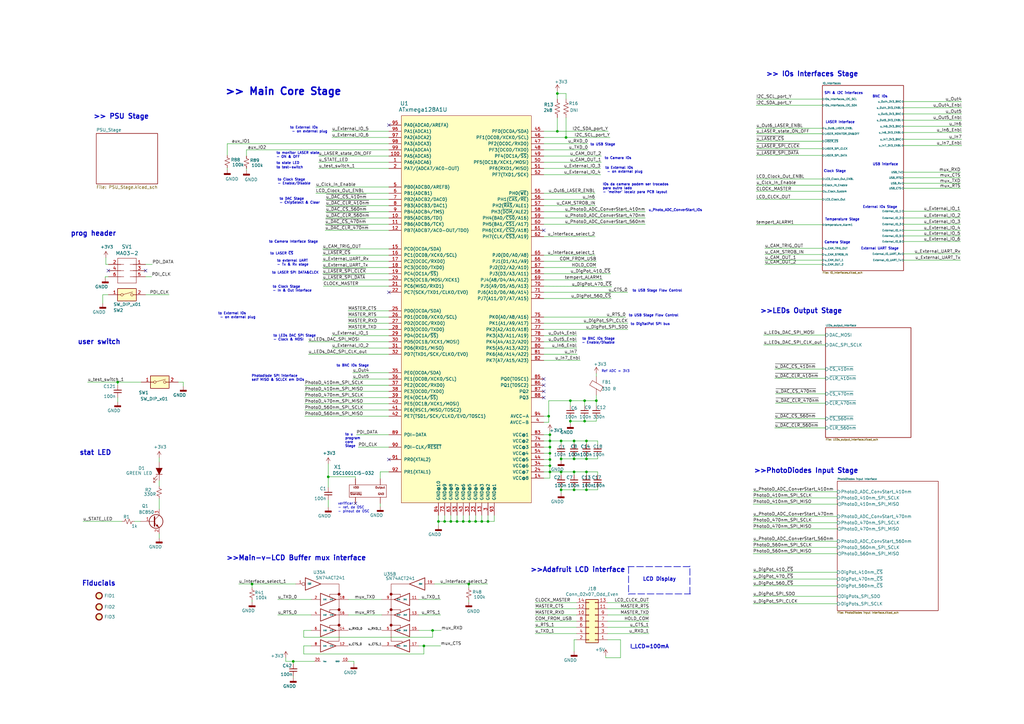
<source format=kicad_sch>
(kicad_sch (version 20211123) (generator eeschema)
  (paper "A3")
  (title_block (title "FPS-2: Fiber Photometry System") (date "February 2020") (rev "v1_revB-I") (company "Neurophotometric") (comment 3 "FPS-2") (comment 4 "OpenEhys"))
  (junction (at 225.552 185.928))
  (junction (at 230.124 180.848))
  (junction (at 182.372 213.868))
  (junction (at 195.072 213.868))
  (junction (at 233.934 164.338))
  (junction (at 187.452 213.868))
  (junction (at 225.044 170.688))
  (junction (at 235.458 180.848))
  (junction (at 235.458 193.548))
  (junction (at 239.776 172.72))
  (junction (at 225.552 180.848))
  (junction (at 197.612 213.868))
  (junction (at 235.458 200.914))
  (junction (at 173.863 264.922))
  (junction (at 233.934 172.72))
  (junction (at 192.532 213.868))
  (junction (at 120.269 271.272))
  (junction (at 134.62 195.58))
  (junction (at 225.552 191.008))
  (junction (at 232.156 56.388))
  (junction (at 240.538 193.548))
  (junction (at 192.278 239.522))
  (junction (at 230.124 193.548))
  (junction (at 184.912 213.868))
  (junction (at 200.152 213.868))
  (junction (at 230.124 200.914))
  (junction (at 189.992 213.868))
  (junction (at 225.552 183.388))
  (junction (at 225.552 188.468))
  (junction (at 239.776 164.338))
  (junction (at 225.552 178.308))
  (junction (at 48.26 156.718))
  (junction (at 228.6 53.848))
  (junction (at 235.458 188.214))
  (junction (at 103.378 239.522))
  (junction (at 240.538 180.848))
  (junction (at 225.552 193.548))
  (junction (at 240.538 200.914))
  (junction (at 244.602 164.338))
  (junction (at 230.124 188.214))
  (junction (at 179.832 213.868))
  (junction (at 177.419 258.572))
  (junction (at 240.538 188.214))
  (junction (at 228.6 38.354))
  (no_connect (at 159.512 51.308))
  (no_connect (at 159.512 188.468))
  (no_connect (at 223.012 160.528))
  (no_connect (at 223.012 163.068))
  (no_connect (at 44.45 110.998))
  (no_connect (at 223.012 155.448))
  (no_connect (at 223.012 94.488))
  (no_connect (at 145.796 206.502))
  (no_connect (at 59.69 110.998))
  (no_connect (at 223.012 157.988))
  (no_connect (at 159.512 119.888))
  (wire (pts (xy 223.012 112.268) (xy 250.444 112.268)))
  (wire (pts (xy 48.26 157.988) (xy 48.26 156.718)))
  (wire (pts (xy 230.124 200.914) (xy 235.458 200.914)))
  (wire (pts (xy 394.462 49.276) (xy 370.586 49.276)))
  (wire (pts (xy 65.278 189.484) (xy 65.278 187.706)))
  (wire (pts (xy 159.512 69.088) (xy 130.683 69.088)))
  (wire (pts (xy 236.474 254.762) (xy 219.456 254.762)))
  (wire (pts (xy 145.161 271.272) (xy 142.875 271.272)))
  (wire (pts (xy 223.012 191.008) (xy 225.552 191.008)))
  (wire (pts (xy 223.012 79.248) (xy 244.094 79.248)))
  (wire (pts (xy 134.62 208.026) (xy 134.62 204.978)))
  (wire (pts (xy 236.474 257.302) (xy 219.456 257.302)))
  (wire (pts (xy 223.012 84.328) (xy 244.221 84.328)))
  (wire (pts (xy 393.954 70.612) (xy 370.586 70.612)))
  (wire (pts (xy 144.653 152.908) (xy 159.512 152.908)))
  (wire (pts (xy 120.269 272.288) (xy 120.269 271.272)))
  (wire (pts (xy 225.552 196.088) (xy 225.552 193.548)))
  (wire (pts (xy 235.458 200.914) (xy 240.538 200.914)))
  (wire (pts (xy 59.69 108.458) (xy 62.484 108.458)))
  (wire (pts (xy 394.462 46.736) (xy 370.586 46.736)))
  (wire (pts (xy 235.458 193.548) (xy 240.538 193.548)))
  (wire (pts (xy 192.278 239.522) (xy 200.025 239.522)))
  (wire (pts (xy 235.458 267.208) (xy 235.458 262.382)))
  (wire (pts (xy 225.552 193.548) (xy 230.124 193.548)))
  (wire (pts (xy 225.552 180.848) (xy 225.552 178.308)))
  (wire (pts (xy 195.072 211.328) (xy 195.072 213.868)))
  (wire (pts (xy 189.992 211.328) (xy 189.992 213.868)))
  (wire (pts (xy 223.012 56.388) (xy 232.156 56.388)))
  (wire (pts (xy 42.164 124.46) (xy 42.164 120.904)))
  (polyline (pts (xy 257.81 243.586) (xy 283.21 243.586)) (stroke (width 0.254)))
  (wire (pts (xy 223.012 140.208) (xy 236.601 140.208)))
  (wire (pts (xy 159.512 58.928) (xy 93.218 58.928)))
  (wire (pts (xy 223.012 97.028) (xy 244.094 97.028)))
  (wire (pts (xy 136.144 53.848) (xy 159.512 53.848)))
  (wire (pts (xy 145.796 196.342) (xy 145.796 195.58)))
  (wire (pts (xy 343.408 227.076) (xy 308.864 227.076)))
  (wire (pts (xy 232.156 48.26) (xy 232.156 56.388)))
  (wire (pts (xy 233.934 172.72) (xy 233.934 173.736)))
  (wire (pts (xy 159.512 104.648) (xy 132.334 104.648)))
  (wire (pts (xy 195.072 213.868) (xy 197.612 213.868)))
  (wire (pts (xy 145.796 195.58) (xy 134.62 195.58)))
  (wire (pts (xy 223.012 114.808) (xy 247.142 114.808)))
  (wire (pts (xy 124.587 258.572) (xy 124.587 261.366)))
  (wire (pts (xy 394.462 41.656) (xy 370.586 41.656)))
  (wire (pts (xy 246.38 69.088) (xy 223.012 69.088)))
  (wire (pts (xy 235.458 194.818) (xy 235.458 193.548)))
  (wire (pts (xy 337.312 101.854) (xy 313.69 101.854)))
  (wire (pts (xy 35.941 156.718) (xy 48.26 156.718)))
  (wire (pts (xy 337.312 54.864) (xy 310.134 54.864)))
  (wire (pts (xy 225.552 178.308) (xy 225.552 176.784)))
  (wire (pts (xy 338.582 175.514) (xy 317.754 175.514)))
  (polyline (pts (xy 282.956 232.41) (xy 257.556 232.41)) (stroke (width 0.254)))
  (wire (pts (xy 187.452 213.868) (xy 189.992 213.868)))
  (wire (pts (xy 240.538 180.848) (xy 245.11 180.848)))
  (wire (pts (xy 184.912 211.328) (xy 184.912 213.868)))
  (wire (pts (xy 240.538 188.214) (xy 245.11 188.214)))
  (wire (pts (xy 343.408 247.65) (xy 308.864 247.65)))
  (wire (pts (xy 236.474 247.142) (xy 219.456 247.142)))
  (wire (pts (xy 124.587 264.922) (xy 127.635 264.922)))
  (wire (pts (xy 124.587 261.366) (xy 177.419 261.366)))
  (wire (pts (xy 159.512 86.868) (xy 133.604 86.868)))
  (wire (pts (xy 223.012 104.648) (xy 244.094 104.648)))
  (wire (pts (xy 192.278 241.046) (xy 192.278 239.522)))
  (wire (pts (xy 132.334 109.728) (xy 159.512 109.728)))
  (wire (pts (xy 159.512 89.408) (xy 133.604 89.408)))
  (wire (pts (xy 239.776 166.37) (xy 239.776 164.338)))
  (wire (pts (xy 233.934 171.45) (xy 233.934 172.72)))
  (wire (pts (xy 159.512 145.288) (xy 126.492 145.288)))
  (wire (pts (xy 44.45 108.458) (xy 43.434 108.458)))
  (wire (pts (xy 223.012 180.848) (xy 225.552 180.848)))
  (wire (pts (xy 393.954 77.216) (xy 370.586 77.216)))
  (wire (pts (xy 245.11 199.898) (xy 245.11 200.914)))
  (wire (pts (xy 130.683 66.548) (xy 159.512 66.548)))
  (wire (pts (xy 223.012 53.848) (xy 228.6 53.848)))
  (wire (pts (xy 225.552 188.468) (xy 225.552 185.928)))
  (wire (pts (xy 225.552 180.848) (xy 230.124 180.848)))
  (wire (pts (xy 136.144 56.388) (xy 159.512 56.388)))
  (wire (pts (xy 337.312 81.788) (xy 310.134 81.788)))
  (wire (pts (xy 240.538 199.898) (xy 240.538 200.914)))
  (wire (pts (xy 228.6 53.848) (xy 249.428 53.848)))
  (wire (pts (xy 55.118 213.868) (xy 57.658 213.868)))
  (wire (pts (xy 223.012 193.548) (xy 225.552 193.548)))
  (wire (pts (xy 394.462 44.196) (xy 370.586 44.196)))
  (wire (pts (xy 180.721 245.872) (xy 171.831 245.872)))
  (wire (pts (xy 228.6 38.354) (xy 228.6 37.338)))
  (wire (pts (xy 223.012 66.548) (xy 246.634 66.548)))
  (wire (pts (xy 43.18 113.538) (xy 44.45 113.538)))
  (wire (pts (xy 338.582 141.478) (xy 313.182 141.478)))
  (wire (pts (xy 244.602 166.37) (xy 244.602 164.338)))
  (wire (pts (xy 248.412 269.748) (xy 254.508 269.748)))
  (wire (pts (xy 187.452 211.328) (xy 187.452 213.868)))
  (wire (pts (xy 235.458 187.198) (xy 235.458 188.214)))
  (wire (pts (xy 159.512 102.108) (xy 132.334 102.108)))
  (wire (pts (xy 230.124 188.214) (xy 235.458 188.214)))
  (wire (pts (xy 223.012 183.388) (xy 225.552 183.388)))
  (wire (pts (xy 159.512 165.608) (xy 124.968 165.608)))
  (wire (pts (xy 244.602 172.72) (xy 244.602 171.45)))
  (wire (pts (xy 223.012 137.668) (xy 236.601 137.668)))
  (wire (pts (xy 50.038 213.868) (xy 34.036 213.868)))
  (wire (pts (xy 189.992 213.868) (xy 192.532 213.868)))
  (wire (pts (xy 124.587 264.922) (xy 124.587 268.224)))
  (wire (pts (xy 230.124 200.914) (xy 230.124 199.898)))
  (wire (pts (xy 197.612 213.868) (xy 200.152 213.868)))
  (wire (pts (xy 343.408 211.836) (xy 308.864 211.836)))
  (wire (pts (xy 48.26 164.846) (xy 48.26 163.068)))
  (wire (pts (xy 246.38 71.628) (xy 223.012 71.628)))
  (wire (pts (xy 124.587 268.224) (xy 173.863 268.224)))
  (wire (pts (xy 117.221 271.272) (xy 120.269 271.272)))
  (wire (pts (xy 173.863 264.922) (xy 171.831 264.922)))
  (wire (pts (xy 393.954 96.774) (xy 370.586 96.774)))
  (wire (pts (xy 254.508 269.748) (xy 254.508 262.382)))
  (wire (pts (xy 97.917 239.522) (xy 103.378 239.522)))
  (wire (pts (xy 93.218 58.928) (xy 93.218 63.754)))
  (wire (pts (xy 159.512 132.588) (xy 142.748 132.588)))
  (wire (pts (xy 159.512 127.508) (xy 142.748 127.508)))
  (wire (pts (xy 159.512 168.148) (xy 124.968 168.148)))
  (wire (pts (xy 134.62 199.898) (xy 134.62 195.58)))
  (wire (pts (xy 223.012 107.188) (xy 244.602 107.188)))
  (wire (pts (xy 120.269 271.272) (xy 128.905 271.272)))
  (wire (pts (xy 223.012 170.688) (xy 225.044 170.688)))
  (wire (pts (xy 159.512 157.988) (xy 124.968 157.988)))
  (wire (pts (xy 337.312 52.578) (xy 310.134 52.578)))
  (wire (pts (xy 343.408 244.602) (xy 308.864 244.602)))
  (wire (pts (xy 173.863 268.224) (xy 173.863 264.922)))
  (wire (pts (xy 228.6 38.354) (xy 232.156 38.354)))
  (wire (pts (xy 144.653 155.448) (xy 159.512 155.448)))
  (wire (pts (xy 192.532 211.328) (xy 192.532 213.868)))
  (wire (pts (xy 223.012 91.948) (xy 264.668 91.948)))
  (wire (pts (xy 184.912 213.868) (xy 187.452 213.868)))
  (wire (pts (xy 394.462 54.356) (xy 370.586 54.356)))
  (wire (pts (xy 200.152 213.868) (xy 202.692 213.868)))
  (wire (pts (xy 236.728 145.288) (xy 223.012 145.288)))
  (wire (pts (xy 177.419 258.572) (xy 171.831 258.572)))
  (wire (pts (xy 239.776 172.72) (xy 244.602 172.72)))
  (wire (pts (xy 240.538 182.118) (xy 240.538 180.848)))
  (wire (pts (xy 223.012 132.588) (xy 257.556 132.588)))
  (wire (pts (xy 103.378 241.046) (xy 103.378 239.522)))
  (wire (pts (xy 142.748 135.128) (xy 159.512 135.128)))
  (wire (pts (xy 393.954 99.06) (xy 370.586 99.06)))
  (wire (pts (xy 132.334 107.188) (xy 159.512 107.188)))
  (wire (pts (xy 223.012 196.088) (xy 225.552 196.088)))
  (wire (pts (xy 233.934 166.37) (xy 233.934 164.338)))
  (wire (pts (xy 159.512 76.708) (xy 129.54 76.708)))
  (wire (pts (xy 394.462 51.816) (xy 370.586 51.816)))
  (wire (pts (xy 159.512 112.268) (xy 132.334 112.268)))
  (wire (pts (xy 75.184 158.496) (xy 75.184 156.718)))
  (wire (pts (xy 223.012 178.308) (xy 225.552 178.308)))
  (wire (pts (xy 235.458 262.382) (xy 236.474 262.382)))
  (wire (pts (xy 48.26 156.718) (xy 57.912 156.718)))
  (wire (pts (xy 159.512 114.808) (xy 132.334 114.808)))
  (wire (pts (xy 155.956 196.342) (xy 155.956 193.548)))
  (wire (pts (xy 233.934 164.338) (xy 239.776 164.338)))
  (wire (pts (xy 182.372 213.868) (xy 184.912 213.868)))
  (wire (pts (xy 223.012 89.408) (xy 264.668 89.408)))
  (wire (pts (xy 223.012 130.048) (xy 256.667 130.048)))
  (wire (pts (xy 393.954 104.14) (xy 370.586 104.14)))
  (wire (pts (xy 103.378 239.522) (xy 121.285 239.522)))
  (wire (pts (xy 124.587 258.572) (xy 127.635 258.572)))
  (wire (pts (xy 159.512 117.348) (xy 132.588 117.348)))
  (wire (pts (xy 337.312 108.458) (xy 313.69 108.458)))
  (wire (pts (xy 93.218 69.596) (xy 93.218 68.834)))
  (wire (pts (xy 159.512 170.688) (xy 124.968 170.688)))
  (wire (pts (xy 266.192 249.682) (xy 249.174 249.682)))
  (wire (pts (xy 240.538 194.818) (xy 240.538 193.548)))
  (wire (pts (xy 223.012 142.748) (xy 236.601 142.748)))
  (wire (pts (xy 254.508 262.382) (xy 249.174 262.382)))
  (wire (pts (xy 159.512 140.208) (xy 126.492 140.208)))
  (wire (pts (xy 225.044 164.338) (xy 233.934 164.338)))
  (wire (pts (xy 393.954 91.948) (xy 370.586 91.948)))
  (wire (pts (xy 155.956 207.772) (xy 155.956 206.502)))
  (wire (pts (xy 101.092 61.468) (xy 101.092 64.008)))
  (wire (pts (xy 240.538 193.548) (xy 245.11 193.548)))
  (wire (pts (xy 230.124 188.214) (xy 230.124 187.198)))
  (wire (pts (xy 155.956 193.548) (xy 159.512 193.548)))
  (wire (pts (xy 245.11 182.118) (xy 245.11 180.848)))
  (wire (pts (xy 159.512 84.328) (xy 133.604 84.328)))
  (wire (pts (xy 202.692 213.868) (xy 202.692 211.328)))
  (wire (pts (xy 117.221 271.272) (xy 117.221 269.748)))
  (wire (pts (xy 182.372 211.328) (xy 182.372 213.868)))
  (wire (pts (xy 244.602 153.162) (xy 244.602 154.432)))
  (wire (pts (xy 393.954 72.898) (xy 370.586 72.898)))
  (wire (pts (xy 338.582 151.384) (xy 317.754 151.384)))
  (wire (pts (xy 343.408 221.996) (xy 308.864 221.996)))
  (wire (pts (xy 394.462 59.69) (xy 370.586 59.69)))
  (wire (pts (xy 223.012 58.928) (xy 241.173 58.928)))
  (wire (pts (xy 225.552 183.388) (xy 225.552 180.848)))
  (wire (pts (xy 145.161 272.288) (xy 145.161 271.272)))
  (wire (pts (xy 232.156 38.354) (xy 232.156 40.64)))
  (wire (pts (xy 180.721 264.922) (xy 173.863 264.922)))
  (wire (pts (xy 236.474 259.842) (xy 219.456 259.842)))
  (wire (pts (xy 228.6 40.64) (xy 228.6 38.354)))
  (wire (pts (xy 343.408 234.696) (xy 308.864 234.696)))
  (wire (pts (xy 159.512 163.068) (xy 124.968 163.068)))
  (wire (pts (xy 338.582 161.544) (xy 318.008 161.544)))
  (wire (pts (xy 178.181 239.522) (xy 192.278 239.522)))
  (wire (pts (xy 134.62 195.58) (xy 134.62 190.246)))
  (wire (pts (xy 393.954 89.408) (xy 370.586 89.408)))
  (wire (pts (xy 192.532 213.868) (xy 195.072 213.868)))
  (wire (pts (xy 180.975 258.572) (xy 177.419 258.572)))
  (wire (pts (xy 343.408 216.916) (xy 308.864 216.916)))
  (wire (pts (xy 180.721 252.222) (xy 171.831 252.222)))
  (wire (pts (xy 120.269 277.368) (xy 120.269 277.876)))
  (wire (pts (xy 159.512 61.468) (xy 101.092 61.468)))
  (wire (pts (xy 179.832 213.868) (xy 182.372 213.868)))
  (wire (pts (xy 65.278 208.788) (xy 65.278 204.47)))
  (wire (pts (xy 159.512 81.788) (xy 133.604 81.788)))
  (wire (pts (xy 200.152 211.328) (xy 200.152 213.868)))
  (wire (pts (xy 235.458 199.898) (xy 235.458 200.914)))
  (wire (pts (xy 337.312 43.18) (xy 310.134 43.18)))
  (wire (pts (xy 266.192 257.302) (xy 249.174 257.302)))
  (wire (pts (xy 337.312 104.394) (xy 313.69 104.394)))
  (wire (pts (xy 337.312 78.486) (xy 310.134 78.486)))
  (wire (pts (xy 223.012 122.428) (xy 250.698 122.428)))
  (wire (pts (xy 236.474 252.222) (xy 219.456 252.222)))
  (wire (pts (xy 159.512 178.308) (xy 146.177 178.308)))
  (wire (pts (xy 42.164 120.904) (xy 44.45 120.904)))
  (wire (pts (xy 142.875 245.872) (xy 156.591 245.872)))
  (wire (pts (xy 103.378 246.126) (xy 103.378 246.888)))
  (wire (pts (xy 230.124 200.914) (xy 230.124 202.184)))
  (wire (pts (xy 192.278 246.888) (xy 192.278 246.126)))
  (wire (pts (xy 113.919 245.872) (xy 127.635 245.872)))
  (wire (pts (xy 240.538 200.914) (xy 245.11 200.914)))
  (wire (pts (xy 394.462 57.15) (xy 370.586 57.15)))
  (wire (pts (xy 75.184 156.718) (xy 73.152 156.718)))
  (wire (pts (xy 239.776 172.72) (xy 239.776 171.45)))
  (wire (pts (xy 343.408 204.216) (xy 308.864 204.216)))
  (wire (pts (xy 230.124 193.548) (xy 230.124 194.818)))
  (wire (pts (xy 142.748 130.048) (xy 159.512 130.048)))
  (wire (pts (xy 223.012 86.868) (xy 264.668 86.868)))
  (wire (pts (xy 393.954 75.184) (xy 370.586 75.184)))
  (wire (pts (xy 337.312 60.96) (xy 310.134 60.96)))
  (wire (pts (xy 230.124 180.848) (xy 230.124 182.118)))
  (wire (pts (xy 223.012 119.888) (xy 257.429 119.888)))
  (wire (pts (xy 225.552 191.008) (xy 225.552 188.468)))
  (polyline (pts (xy 257.81 232.41) (xy 257.81 243.84)) (stroke (width 0.254)))
  (wire (pts (xy 65.278 220.726) (xy 65.278 218.948)))
  (wire (pts (xy 159.512 94.488) (xy 133.35 94.488)))
  (wire (pts (xy 266.192 259.842) (xy 249.174 259.842)))
  (wire (pts (xy 177.419 261.366) (xy 177.419 258.572)))
  (wire (pts (xy 223.012 117.348) (xy 250.952 117.602)))
  (wire (pts (xy 230.124 193.548) (xy 235.458 193.548)))
  (wire (pts (xy 338.582 137.414) (xy 313.182 137.414)))
  (wire (pts (xy 245.11 187.198) (xy 245.11 188.214)))
  (wire (pts (xy 343.408 214.376) (xy 308.864 214.376)))
  (wire (pts (xy 230.124 180.848) (xy 235.458 180.848)))
  (wire (pts (xy 59.69 113.538) (xy 62.23 113.538)))
  (wire (pts (xy 236.474 249.682) (xy 219.456 249.682)))
  (polyline (pts (xy 282.956 243.586) (xy 282.956 232.156)) (stroke (width 0.254)))
  (wire (pts (xy 233.934 172.72) (xy 239.776 172.72)))
  (wire (pts (xy 225.552 193.548) (xy 225.552 191.008)))
  (wire (pts (xy 337.312 92.202) (xy 310.134 92.202)))
  (wire (pts (xy 237.998 147.828) (xy 223.012 147.828)))
  (wire (pts (xy 266.192 254.762) (xy 249.174 254.762)))
  (wire (pts (xy 223.012 185.928) (xy 225.552 185.928)))
  (wire (pts (xy 232.156 56.388) (xy 250.19 56.388)))
  (wire (pts (xy 228.6 48.26) (xy 228.6 53.848)))
  (wire (pts (xy 223.012 64.008) (xy 246.634 64.008)))
  (wire (pts (xy 337.312 73.406) (xy 310.134 73.406)))
  (wire (pts (xy 235.458 180.848) (xy 240.538 180.848)))
  (wire (pts (xy 159.512 79.248) (xy 129.54 79.248)))
  (wire (pts (xy 179.832 211.328) (xy 179.832 213.868)))
  (wire (pts (xy 337.312 75.946) (xy 310.134 75.946)))
  (wire (pts (xy 230.124 188.976) (xy 230.124 188.214)))
  (wire (pts (xy 245.11 194.818) (xy 245.11 193.548)))
  (wire (pts (xy 343.408 206.756) (xy 308.864 206.756)))
  (wire (pts (xy 337.312 106.68) (xy 313.69 106.68)))
  (wire (pts (xy 338.582 171.704) (xy 317.754 171.704)))
  (wire (pts (xy 59.69 120.904) (xy 69.342 120.904)))
  (wire (pts (xy 225.552 185.928) (xy 225.552 183.388)))
  (wire (pts (xy 223.012 81.788) (xy 244.094 81.788)))
  (wire (pts (xy 43.434 108.458) (xy 43.434 105.664)))
  (wire (pts (xy 235.458 188.214) (xy 240.538 188.214)))
  (wire (pts (xy 337.312 40.64) (xy 310.134 40.64)))
  (wire (pts (xy 223.012 61.468) (xy 241.173 61.468)))
  (wire (pts (xy 179.832 213.868) (xy 179.832 215.646)))
  (wire (pts (xy 159.512 91.948) (xy 133.35 91.948)))
  (wire (pts (xy 343.408 224.536) (xy 308.864 224.536)))
  (wire (pts (xy 393.954 106.68) (xy 370.586 106.68)))
  (wire (pts (xy 393.954 94.488) (xy 370.586 94.488)))
  (wire (pts (xy 223.012 173.228) (xy 225.044 173.228)))
  (wire (pts (xy 244.602 164.338) (xy 244.602 162.052)))
  (wire (pts (xy 113.919 252.222) (xy 127.635 252.222)))
  (wire (pts (xy 130.683 64.008) (xy 159.512 64.008)))
  (wire (pts (xy 65.278 199.39) (xy 65.278 197.104)))
  (wire (pts (xy 266.192 252.222) (xy 249.174 252.222)))
  (wire (pts (xy 136.144 137.668) (xy 159.512 137.668)))
  (wire (pts (xy 197.612 211.328) (xy 197.612 213.868)))
  (wire (pts (xy 223.012 109.728) (xy 244.602 109.728)))
  (wire (pts (xy 343.408 237.49) (xy 308.864 237.49)))
  (wire (pts (xy 225.044 164.338) (xy 225.044 170.688)))
  (wire (pts (xy 338.582 165.354) (xy 318.008 165.354)))
  (wire (pts (xy 223.012 188.468) (xy 225.552 188.468)))
  (wire (pts (xy 235.458 182.118) (xy 235.458 180.848)))
  (wire (pts (xy 101.092 69.85) (xy 101.092 69.088)))
  (wire (pts (xy 159.512 160.528) (xy 124.968 160.528)))
  (wire (pts (xy 266.192 247.142) (xy 249.174 247.142)))
  (wire (pts (xy 338.582 155.194) (xy 317.754 155.194)))
  (wire (pts (xy 244.602 164.338) (xy 239.776 164.338)))
  (wire (pts (xy 136.144 142.748) (xy 159.512 142.748)))
  (wire (pts (xy 343.408 201.676) (xy 308.864 201.676)))
  (wire (pts (xy 223.012 135.128) (xy 257.556 135.128)))
  (wire (pts (xy 159.512 183.388) (xy 146.939 183.388)))
  (wire (pts (xy 240.538 187.198) (xy 240.538 188.214)))
  (wire (pts (xy 343.408 240.284) (xy 308.864 240.284)))
  (wire (pts (xy 393.954 86.614) (xy 370.586 86.614)))
  (wire (pts (xy 337.312 63.754) (xy 310.134 63.754)))
  (wire (pts (xy 337.312 57.912) (xy 310.134 57.912)))
  (wire (pts (xy 142.875 252.222) (xy 156.591 252.222)))
  (wire (pts (xy 43.18 114.046) (xy 43.18 113.538)))
  (wire (pts (xy 248.412 268.986) (xy 248.412 269.748)))
  (wire (pts (xy 225.044 170.688) (xy 225.044 173.228)))
  (text ">>Main-v-LCD Buffer mux interface" (at 92.71 230.124 0) (effects (font (size 2.0066 2.0066) (thickness 0.4013) bold) (justify left bottom)))
  (text "Photodiode SPI interface\nself MISO & SCLCK em DIOs\n" (at 103.124 156.464 0) (effects (font (size 0.9906 0.9906) (thickness 0.1981) bold) (justify left bottom)))
  (text "user switch" (at 31.75 141.478 0) (effects (font (size 2.0066 2.0066) (thickness 0.4013) bold) (justify left bottom)))
  (text "to BNC IOs Stage" (at 137.922 150.622 0) (effects (font (size 0.9906 0.9906) (thickness 0.1981) bold) (justify left bottom)))
  (text "Clock Stage" (at 337.82 70.866 0) (effects (font (size 0.9906 0.9906) (thickness 0.1981) bold) (justify left bottom)))
  (text "Camera Stage" (at 338.074 100.076 0) (effects (font (size 0.9906 0.9906) (thickness 0.1981) bold) (justify left bottom)))
  (text "to external UART \n- Tx & Rx stage" (at 113.538 109.22 0) (effects (font (size 0.9906 0.9906) (thickness 0.1981) bold) (justify left bottom)))
  (text "IOs da camara podem ser trocados \npara outro lado\n- 'melhor' localz para PCB layout\n" (at 247.142 79.502 0) (effects (font (size 0.9906 0.9906) (thickness 0.1981) bold) (justify left bottom)))
  (text "to USB Stage Flow Control" (at 259.334 119.888 0) (effects (font (size 0.9906 0.9906) (thickness 0.1981) bold) (justify left bottom)))
  (text "to DAC Stage\n- ChipSelect & Clear " (at 114.554 83.82 0) (effects (font (size 0.9906 0.9906) (thickness 0.1981) bold) (justify left bottom)))
  (text "to LEDs DAC SPI Stage\n- Clock & MOSI" (at 112.014 139.954 0) (effects (font (size 0.9906 0.9906) (thickness 0.1981) bold) (justify left bottom)))
  (text ">> Main Core Stage" (at 92.202 39.37 0) (effects (font (size 2.9972 2.9972) (thickness 0.5994) bold) (justify left bottom)))
  (text "to BNC IOs Stage\n- Enable/Disable" (at 252.222 141.224 180) (effects (font (size 0.9906 0.9906) (thickness 0.1981) bold) (justify right bottom)))
  (text "stat LED" (at 32.512 186.944 0) (effects (font (size 2.0066 2.0066) (thickness 0.4013) bold) (justify left bottom)))
  (text "I_LCD=100mA" (at 258.318 266.192 0) (effects (font (size 1.524 1.524) (thickness 0.3048) bold) (justify left bottom)))
  (text "to Clock Stage\n- Enable/Disable" (at 113.792 75.946 0) (effects (font (size 0.9906 0.9906) (thickness 0.1981) bold) (justify left bottom)))
  (text ">>PhotoDiodes Input Stage" (at 309.118 194.31 0) (effects (font (size 2.0066 2.0066) (thickness 0.4013) bold) (justify left bottom)))
  (text "Fiducials" (at 33.528 240.538 0) (effects (font (size 2.0066 2.0066) (thickness 0.4013) bold) (justify left bottom)))
  (text ">>LEDs Output Stage" (at 311.658 128.778 0) (effects (font (size 2.0066 2.0066) (thickness 0.4013) bold) (justify left bottom)))
  (text "to USB Stage" (at 242.062 59.944 0) (effects (font (size 0.9906 0.9906) (thickness 0.1981) bold) (justify left bottom)))
  (text "USB interface" (at 357.886 68.072 0) (effects (font (size 0.9906 0.9906) (thickness 0.1981) bold) (justify left bottom)))
  (text "to External IOs\n - on external plug" (at 118.872 54.61 0) (effects (font (size 0.9906 0.9906) (thickness 0.1981) bold) (justify left bottom)))
  (text "to u \nprogram \ncore \nStage" (at 141.478 183.642 0) (effects (font (size 0.9906 0.9906) (thickness 0.1981) bold) (justify left bottom)))
  (text "LASER Interface " (at 338.582 50.8 0) (effects (font (size 0.9906 0.9906) (thickness 0.1981) bold) (justify left bottom)))
  (text "LCD Display\n" (at 277.368 238.506 180) (effects (font (size 1.4986 1.4986) (thickness 0.2997) bold) (justify right bottom)))
  (text "BNC IOs" (at 357.759 40.259 0) (effects (font (size 0.9906 0.9906) (thickness 0.1981) bold) (justify left bottom)))
  (text "to Camara IOs" (at 247.904 65.532 0) (effects (font (size 0.9906 0.9906) (thickness 0.1981) bold) (justify left bottom)))
  (text "External UART Stage" (at 353.06 102.616 0) (effects (font (size 0.9906 0.9906) (thickness 0.1981) bold) (justify left bottom)))
  (text "to USB Stage Flow Control" (at 257.81 130.048 0) (effects (font (size 0.9906 0.9906) (thickness 0.1981) bold) (justify left bottom)))
  (text "u_Photo_ADC_ConverStart_IOs" (at 265.938 86.868 0) (effects (font (size 0.9906 0.9906) (thickness 0.1981) bold) (justify left bottom)))
  (text "to External IOs\n - on external plug" (at 248.158 71.12 0) (effects (font (size 0.9906 0.9906) (thickness 0.1981) bold) (justify left bottom)))
  (text "to test-switch" (at 113.284 69.342 0) (effects (font (size 0.9906 0.9906) (thickness 0.1981) bold) (justify left bottom)))
  (text "to LASER ~{CS}" (at 110.744 104.648 0) (effects (font (size 0.9906 0.9906) (thickness 0.1981) bold) (justify left bottom)))
  (text ">> IOs Interfaces Stage" (at 314.071 31.623 0) (effects (font (size 2.0066 2.0066) (thickness 0.4013) bold) (justify left bottom)))
  (text "to DigitalPot SPI bus" (at 258.572 133.604 0) (effects (font (size 0.9906 0.9906) (thickness 0.1981) bold) (justify left bottom)))
  (text "to LASER SPI DATA&CLCK" (at 111.506 112.522 0) (effects (font (size 0.9906 0.9906) (thickness 0.1981) bold) (justify left bottom)))
  (text "SPI & I2C interfaces" (at 338.074 38.862 0) (effects (font (size 0.9906 0.9906) (thickness 0.1981) bold) (justify left bottom)))
  (text "External IOs Stage" (at 353.822 85.598 0) (effects (font (size 0.9906 0.9906) (thickness 0.1981) bold) (justify left bottom)))
  (text "to monitor LASER state\n- ON & OFF" (at 113.284 65.024 0) (effects (font (size 0.9906 0.9906) (thickness 0.1981) bold) (justify left bottom)))
  (text "to Camera Interface Stage" (at 110.236 99.822 0) (effects (font (size 0.9906 0.9906) (thickness 0.1981) bold) (justify left bottom)))
  (text "Ref ADC = 3V3" (at 246.634 152.908 0) (effects (font (size 0.9906 0.9906)) (justify left bottom)))
  (text "to Clock Stage\n- In & Out interface" (at 111.76 119.888 0) (effects (font (size 0.9906 0.9906) (thickness 0.1981) bold) (justify left bottom)))
  (text "to External IOs\n - on external plug" (at 89.408 130.81 0) (effects (font (size 0.9906 0.9906) (thickness 0.1981) bold) (justify left bottom)))
  (text ">> PSU Stage" (at 38.227 49.022 0) (effects (font (size 2.0066 2.0066) (thickness 0.4013) bold) (justify left bottom)))
  (text "to state LED " (at 113.284 67.564 0) (effects (font (size 0.9906 0.9906) (thickness 0.1981) bold) (justify left bottom)))
  (text "Temperature Stage" (at 338.328 90.678 0) (effects (font (size 0.9906 0.9906) (thickness 0.1981) bold) (justify left bottom)))
  (text "verificar \n- ref. de OSC\n- pinout de OSC\n" (at 138.557 210.439 0) (effects (font (size 0.9906 0.9906)) (justify left bottom)))
  (text "prog header" (at 47.752 97.028 180) (effects (font (size 2.0066 2.0066) (thickness 0.4013) bold) (justify right bottom)))
  (text ">>Adafruit LCD interface" (at 217.424 234.95 0) (effects (font (size 2.0066 2.0066) (thickness 0.4013) bold) (justify left bottom)))
  (label "u_CTS_0" (at 142.875 264.922 0) (effects (font (size 0.889 0.889))))
  (label "mux_TXD" (at 145.415 245.872 0))
  (label "u_DigPot_SPI_CLCK" (at 257.556 132.588 180))
  (label "u_LASER_state_ON_OFF" (at 130.683 64.008 0))
  (label "u_CTS_0" (at 257.429 119.888 180))
  (label "u_RTS_1" (at 180.721 252.222 180))
  (label "mux_CTS" (at 180.721 264.922 0))
  (label "CLOCK_MASTER" (at 310.134 78.486 0))
  (label "u_RTS_0" (at 256.667 130.048 180))
  (label "u_Out5_Enbl" (at 394.462 49.276 180))
  (label "COM_FROM_USB" (at 219.456 254.762 0))
  (label "u_In7" (at 236.728 145.288 180))
  (label "u_External_IO_3" (at 246.38 69.088 180))
  (label "u_CAM_OUT_1" (at 246.634 66.548 180))
  (label "u_External_UART_Rx" (at 393.954 104.14 180))
  (label "u_External_UART_Tx" (at 393.954 106.68 180))
  (label "u_In7_Enbl" (at 394.462 59.69 180))
  (label "u_CAM_TRIG_OUT" (at 313.69 101.854 0))
  (label "u_CAM_OUT_2" (at 313.69 108.458 0))
  (label "u_CAM_OUT_1" (at 313.69 106.68 0))
  (label "u_CTS_1" (at 156.591 264.922 180) (effects (font (size 0.889 0.889))))
  (label "PhotoD_410nm_SPI_SCLK" (at 308.864 204.216 0))
  (label "PhotoD_410nm_SPI_MISO" (at 124.968 160.528 0))
  (label "u_Out5" (at 394.462 46.736 180))
  (label "I2C_SCL_port_Y" (at 250.19 56.388 180))
  (label "u_DigPot_560_~{CS}" (at 250.698 122.428 180))
  (label "~{u_LASER_SPI_DATA}" (at 310.134 63.754 0))
  (label "u_RTS_0" (at 113.919 252.222 0))
  (label "~{u_DAC_CS_560nm}" (at 317.754 171.704 0))
  (label "MASTER_RTS" (at 142.748 130.048 0))
  (label "u_In6" (at 244.094 81.788 180))
  (label "u_Out5" (at 144.653 155.448 0))
  (label "~{u_DAC_CLR_470nm}" (at 318.008 165.354 0))
  (label "u_PhotoD_ADC_ConverStart_410nm" (at 308.864 201.676 0))
  (label "u_LEDs_DAC_SPI_MOSI" (at 313.182 137.414 0))
  (label "PhotoD_470nm_SPI_SCLK" (at 308.864 214.376 0))
  (label "I2C_SCL_port_Y" (at 310.134 40.64 0))
  (label "u_Clck_In_Enable" (at 129.54 76.708 0))
  (label "u_LEDs_DAC_SPI_MOSI" (at 126.492 140.208 0))
  (label "u_Out4" (at 394.462 41.656 180))
  (label "I2C_SDA_port_Y" (at 310.134 43.18 0))
  (label "PhotoD_560nm_SPI_MISO" (at 308.864 227.076 0))
  (label "PDI_CLK" (at 62.23 113.538 0))
  (label "LCD_CLCK_OUT" (at 266.192 247.142 180))
  (label "~{u_DAC_CLR_410nm}" (at 133.604 84.328 0))
  (label "PhotoD_410nm_SPI_SCLK" (at 124.968 157.988 0))
  (label "u_In6" (at 394.462 51.816 180))
  (label "mux_RXD" (at 180.975 258.572 0))
  (label "u_External_IO_4" (at 393.954 94.488 180))
  (label "HOLD_COM" (at 244.602 109.728 180))
  (label "aux_IO1" (at 94.996 58.928 0))
  (label "u_External_IO_1" (at 136.144 137.668 0))
  (label "~{u_LASER_SPI_CLCK}" (at 310.134 60.96 0))
  (label "u_CAM_STROB_IN" (at 313.69 104.394 0))
  (label "u_RXD_1" (at 156.591 258.572 180) (effects (font (size 0.889 0.889))))
  (label "mux_TXD" (at 393.954 75.184 180))
  (label "u_DigPot_SPI_CLCK" (at 308.864 247.65 0))
  (label "PhotoD_560nm_SPI_MISO" (at 124.968 170.688 0))
  (label "~{u_DAC_CLR_410nm}" (at 317.754 155.194 0))
  (label "u_TXD_0" (at 241.173 61.468 180))
  (label "~{u_LASER_CS}" (at 132.334 104.648 0))
  (label "u_LEDs_DAC_SPI_CLK_out" (at 313.182 141.478 0))
  (label "MASTER_TXD" (at 266.192 252.222 180))
  (label "PhotoD_470nm_SPI_SCLK" (at 124.968 163.068 0))
  (label "u_STATE_LED" (at 130.683 66.548 0))
  (label "MASTER_CTS" (at 142.748 127.508 0))
  (label "u_CTS_1" (at 266.192 257.302 180))
  (label "u_test_switch_1" (at 130.683 69.088 0))
  (label "PhotoD_410nm_SPI_MISO" (at 308.864 206.756 0))
  (label "u_External_UART_Tx" (at 132.334 109.728 0))
  (label "PDI_DATA" (at 146.177 178.308 0))
  (label "~{u_DAC_CLR_560nm}" (at 133.604 89.408 0))
  (label "CLOCK_MASTER" (at 219.456 247.142 0))
  (label "~{u_LASER_SPI_DATA}" (at 132.334 114.808 0))
  (label "u_External_IO_2" (at 393.954 89.408 180))
  (label "u_External_IO_6" (at 136.144 56.388 0))
  (label "u_RXD_1" (at 266.192 259.842 180))
  (label "u_Out6_LASER_ENBL" (at 244.094 79.248 180))
  (label "PhotoD_470nm_SPI_MISO" (at 308.864 216.916 0))
  (label "~{u_DAC_CLR_470nm}" (at 133.35 94.488 0))
  (label "u_In6_Enbl" (at 394.462 54.356 180))
  (label "tempert_ALARM1" (at 247.142 114.808 180))
  (label "u_Out4_Enbl" (at 394.462 44.196 180))
  (label "~{u_DAC_CS_410nm}" (at 133.604 81.788 0))
  (label "tempert_ALARM1" (at 310.134 92.202 0))
  (label "u_External_IO_4" (at 246.38 71.628 180))
  (label "u_In7" (at 394.462 57.15 180))
  (label "u_interface_select_1" (at 97.917 239.522 0))
  (label "LCD_Clock_Out_ENBL" (at 129.54 79.248 0))
  (label "u_DigPot_SPI_SDO" (at 308.864 244.602 0))
  (label "MASTER_RXD" (at 142.748 132.588 0))
  (label "u_Out4_Enbl" (at 236.601 137.668 180))
  (label "u_STATE_LED" (at 34.036 213.868 0))
  (label "u_In6_Enbl" (at 236.601 142.748 180))
  (label "u_DigPot_410_~{CS}" (at 250.444 112.268 180))
  (label "LCD_CLCK_OUT" (at 310.134 81.788 0))
  (label "u_External_IO_3" (at 393.954 91.948 180))
  (label "u_External_IO_6" (at 393.954 99.06 180))
  (label "u_interface_select_1" (at 244.094 104.648 180))
  (label "mux_RTS" (at 393.954 77.216 180))
  (label "u_DigPot_470_~{CS}" (at 250.952 117.602 180))
  (label "u_CAM_OUT_2" (at 246.634 64.008 180))
  (label "u_LEDs_DAC_SPI_CLK_out" (at 126.492 145.288 0))
  (label "MASTER_TXD" (at 142.748 135.128 0))
  (label "COM_FROM_USB" (at 244.602 107.188 180))
  (label "u_RXD_0" (at 241.173 58.928 180))
  (label "~{u_DAC_CS_470nm}" (at 318.008 161.544 0))
  (label "PDI_CLK" (at 146.939 183.388 0))
  (label "LCD_Clock_Out_ENBL" (at 310.134 73.406 0))
  (label "u_TXD_1" (at 180.721 245.872 180))
  (label "mux_RXD" (at 393.954 70.612 180))
  (label "u_TXD_1" (at 219.456 259.842 0))
  (label "u_test_switch_1" (at 35.941 156.718 0))
  (label "~{u_DAC_CLR_560nm}" (at 317.754 175.514 0))
  (label "MASTER_RTS" (at 266.192 249.682 180))
  (label "~{u_DAC_CS_470nm}" (at 133.35 91.948 0))
  (label "PhotoD_560nm_SPI_SCLK" (at 308.864 224.536 0))
  (label "HOLD_COM" (at 266.192 254.762 180))
  (label "u_Out4" (at 144.653 152.908 0))
  (label "~{u_LASER_SPI_CLCK}" (at 132.334 112.268 0))
  (label "u_External_UART_Rx" (at 132.334 107.188 0))
  (label "u_PhotoD_ADC_ConverStart_470nm" (at 308.864 211.836 0))
  (label "u_CAM_TRIG_OUT" (at 132.334 102.108 0))
  (label "~{u_DAC_CS_410nm}" (at 317.754 151.384 0))
  (label "u_LASER_state_ON_OFF" (at 310.134 54.864 0))
  (label "u_PhotoD_ADC_ConverStart_560nm" (at 308.864 221.996 0))
  (label "u_DigPot_410_~{CS}" (at 308.864 234.696 0))
  (label "u_DigPot_SPI_SDO" (at 257.556 135.128 180))
  (label "u_RTS_1" (at 219.456 257.302 0))
  (label "u_CAM_STROB_IN" (at 244.221 84.328 180))
  (label "u_External_IO_1" (at 393.954 86.614 180))
  (label "PDI_DATA" (at 62.484 108.458 0))
  (label "u_interface_select_2" (at 200.025 239.522 180))
  (label "u_External_IO_5" (at 136.144 53.848 0))
  (label "u_interface_select_2" (at 244.094 97.028 180))
  (label "PhotoD_560nm_SPI_SCLK" (at 124.968 168.148 0))
  (label "PDI_CLK" (at 69.342 120.904 180))
  (label "MASTER_CTS" (at 219.456 249.682 0))
  (label "u_Out6_LASER_ENBL" (at 310.134 52.578 0))
  (label "mux_CTS" (at 393.954 72.898 180))
  (label "I2C_SDA_port_Y" (at 249.428 53.848 180))
  (label "u_External_IO_5" (at 393.954 96.774 180))
  (label "CLOCK_MASTER" (at 132.588 117.348 0))
  (label "u_DigPot_470_~{CS}" (at 308.864 237.49 0))
  (label "u_Out5_Enbl" (at 236.601 140.208 180))
  (label "~{u_LASER_CS}" (at 310.134 57.912 0))
  (label "u_PhotoD_ADC_ConverStart_410nm" (at 264.668 86.868 180))
  (label "u_RXD_0" (at 142.875 258.572 0) (effects (font (size 0.889 0.889))))
  (label "u_PhotoD_ADC_ConverStart_470nm" (at 264.668 89.408 180))
  (label "MASTER_RXD" (at 219.456 252.222 0))
  (label "u_Clck_In_Enable" (at 310.134 75.946 0))
  (label "u_TXD_0" (at 113.919 245.872 0))
  (label "PhotoD_470nm_SPI_MISO" (at 124.968 165.608 0))
  (label "u_External_IO_2" (at 136.144 142.748 0))
  (label "mux_RTS" (at 145.415 252.222 0))
  (label "~{u_DAC_CS_560nm}" (at 133.604 86.868 0))
  (label "u_PhotoD_ADC_ConverStart_560nm" (at 264.668 91.948 180))
  (label "aux_IO2" (at 101.6 61.468 0))
  (label "u_In7_Enbl" (at 237.998 147.828 180))
  (label "u_DigPot_560_~{CS}" (at 308.864 240.284 0))
  (symbol (lib_id "FPS-2_v1:XMEGA-A1TQFP") (at 189.992 160.528 0) (unit 1)
    (property "Reference" "U1" (at 165.862 42.418 0) (effects (font (size 1.6256 1.6256))))
    (property "Value" "ATxmega128A1U" (at 173.482 44.958 0) (effects (font (size 1.6256 1.6256))))
    (property "Footprint" "Package_QFP:TQFP-100_14x14mm_P0.5mm" (effects hide))
    (property "Comment2" "-" (effects hide))
    (property "Comment" "main uprocessor" (effects hide))
    (property "MnfctCode" "ATXMEGA128A1U-AU" (effects hide))
    (property "Provider" "Mouser" (effects hide))
    (property "ProviderCode" "556-ATXMEGA128A1U-AU" (effects hide))
    (property "Mnfct" "Microchip" (effects hide))
    (property "Description" "8-bit Microcontrollers - MCU 100TQFP, IND TEMP GREEN, 1.6-3.6V" (effects hide))
  )
  (symbol (lib_id "FPS-2_v1:MA03-2") (at 52.07 110.998 0) (mirror x) (unit 1)
    (property "Reference" "SV1" (at 52.07 101.1936 0) (effects (font (size 1.4986 1.4986))))
    (property "Value" "MA03-2" (at 52.07 103.8606 0) (effects (font (size 1.4986 1.4986))))
    (property "Footprint" "Connector_PinHeader_2.54mm:PinHeader_2x03_P2.54mm_Vertical" (effects hide))
    (property "Comment2" "-" (effects hide))
    (property "Comment" "prog/debug header" (effects hide))
    (property "MnfctCode" "67996-206HLF" (effects hide))
    (property "Provider" "Mouser" (effects hide))
    (property "ProviderCode" "649-67996-206HLF" (effects hide))
    (property "Mnfct" "Amphenol FCI" (effects hide))
    (property "Description" "-" (effects hide))
  )
  (symbol (lib_id "FPS-2_v1_revB_II-rescue:+3.3V-power") (at 43.434 105.664 0) (unit 1)
    (property "Reference" "#PWR01" (effects hide))
    (property "Value" "+3.3V" (at 43.815 101.2698 0))
  )
  (symbol (lib_id "FPS-2_v1_revB_II-rescue:LED_ALT-Device") (at 65.278 193.294 270) (mirror x) (unit 1)
    (property "Reference" "D1" (at 59.436 192.024 90) (effects (justify right)))
    (property "Value" "GREEN LED" (at 62.484 194.056 90) (effects (justify right)))
    (property "Footprint" "LED_SMD:LED_0603_1608Metric" (effects hide))
    (property "Comment2" "-" (effects hide))
    (property "Comment" "aux LED" (effects hide))
    (property "MnfctCode" "TLMP1100-GS08" (effects hide))
    (property "Provider" "Mouser" (effects hide))
    (property "ProviderCode" "78-TLMP1100-GS08" (effects hide))
    (property "Mnfct" "Vishay" (effects hide))
    (property "Description" "-" (effects hide))
  )
  (symbol (lib_id "power:+3V3") (at 225.552 176.784 0) (unit 1)
    (property "Reference" "#PWR08" (effects hide))
    (property "Value" "+3V3" (at 228.092 176.53 0))
  )
  (symbol (lib_id "Switch:SW_DIP_x01") (at 52.07 120.904 0) (unit 1)
    (property "Reference" "SW2" (at 48.514 127.254 0))
    (property "Value" "SW_DIP_x01" (at 52.197 124.841 0))
    (property "Footprint" "Button_Switch_SMD:SW_SPST_B3U-1000P" (effects hide))
    (property "Comment2" "-" (effects hide))
    (property "Comment" "reset switch" (effects hide))
    (property "MnfctCode" "B3U-1000P" (effects hide))
    (property "Provider" "Mouser" (effects hide))
    (property "ProviderCode" "653-B3U-1000P" (effects hide))
    (property "Mnfct" "OMRON" (effects hide))
    (property "Description" "-" (effects hide))
  )
  (symbol (lib_id "Connector_Generic:Conn_02x07_Odd_Even") (at 244.094 254.762 180) (unit 1)
    (property "Reference" "J18" (at 242.824 241.427 0))
    (property "Value" "Conn_02x07_Odd_Even" (at 242.824 243.7384 0))
    (property "Footprint" "Connector_Multicomp:Multicomp_MC9A12-1434_2x07_P2.54mm_Vertical" (effects hide))
    (property "Description" "Headers & Wire Housings 14P STRT SOLDER" (effects hide))
    (property "Comment" "LCD Header Interface" (effects hide))
    (property "Comment2" "-" (effects hide))
    (property "MnfctCode" "N2514-6002RB" (effects hide))
    (property "Provider" "Mouser" (effects hide))
    (property "ProviderCode" "517-N2514-6002RB" (effects hide))
    (property "Mnfct" "3M Electronic Solutions Division " (effects hide))
  )
  (symbol (lib_id "power:+3V3") (at 244.602 153.162 0) (unit 1)
    (property "Reference" "#PWR014" (effects hide))
    (property "Value" "+3V3" (at 246.126 149.352 0))
  )
  (symbol (lib_id "power:+5V") (at 248.412 268.986 0) (unit 1)
    (property "Reference" "#PWR0182" (effects hide))
    (property "Value" "+5V" (at 246.126 266.446 0))
  )
  (symbol (lib_id "FPS-2_v1:SN74ACT241") (at 133.985 254.762 0) (unit 1)
    (property "Reference" "U35" (at 130.937 234.696 0))
    (property "Value" "SN74ACT241" (at 135.509 236.982 0))
    (property "Footprint" "Package_SO:TSSOP-20_4.4x6.5mm_P0.65mm" (effects hide))
    (property "Description" "Buffers & Line Drivers Tri-State Octal" (effects hide))
    (property "Comment" "Buffers & Line Drivers Tri-State" (effects hide))
    (property "Comment2" "-" (effects hide))
    (property "MnfctCode" "SN74ACT241PWR" (effects hide))
    (property "Provider" "Mouser" (effects hide))
    (property "ProviderCode" "595-SN74ACT241PWR" (effects hide))
    (property "Mnfct" "Texas Instruments" (effects hide))
  )
  (symbol (lib_id "FPS-2_v1:SN74ACT241") (at 165.481 254.762 0) (mirror y) (unit 2)
    (property "Reference" "U35" (at 159.893 235.458 0))
    (property "Value" "SN74ACT241" (at 164.211 237.236 0))
    (property "Footprint" "Package_SO:TSSOP-20_4.4x6.5mm_P0.65mm" (effects hide))
    (property "Description" "Buffers & Line Drivers Tri-State Octal" (effects hide))
    (property "Comment" "Buffers & Line Drivers Tri-State" (effects hide))
    (property "Comment2" "-" (effects hide))
    (property "MnfctCode" "SN74ACT241PWR" (effects hide))
    (property "Provider" "Mouser" (effects hide))
    (property "ProviderCode" "595-SN74ACT241PWR" (effects hide))
    (property "Mnfct" "Texas Instruments" (effects hide))
  )
  (symbol (lib_id "Device:R_Small_US") (at 103.378 243.586 180) (unit 1)
    (property "Reference" "R41" (at 108.331 243.078 0) (effects (justify left)))
    (property "Value" "100k" (at 109.601 245.11 0) (effects (justify left)))
    (property "Footprint" "Resistor_SMD:R_0603_1608Metric" (effects hide))
    (property "Comment2" "-" (effects hide))
    (property "Comment" "-" (effects hide))
    (property "MnfctCode" "RC0603FR-07100KL" (effects hide))
    (property "Provider" "Mouser" (effects hide))
    (property "ProviderCode" "603-RC0603FR-07100KL" (effects hide))
    (property "Mnfct" "Yageo" (effects hide))
    (property "Description" "Thick Film Resistors - SMD 100K OHM 1%" (effects hide))
  )
  (symbol (lib_id "Device:R_Small_US") (at 192.278 243.586 180) (unit 1)
    (property "Reference" "R48" (at 197.612 242.824 0) (effects (justify left)))
    (property "Value" "100k" (at 199.136 244.856 0) (effects (justify left)))
    (property "Footprint" "Resistor_SMD:R_0603_1608Metric" (effects hide))
    (property "Comment2" "-" (effects hide))
    (property "Comment" "-" (effects hide))
    (property "MnfctCode" "RC0603FR-07100KL" (effects hide))
    (property "Provider" "Mouser" (effects hide))
    (property "ProviderCode" "603-RC0603FR-07100KL" (effects hide))
    (property "Mnfct" "Yageo" (effects hide))
    (property "Description" "Thick Film Resistors - SMD 100K OHM 1%" (effects hide))
  )
  (symbol (lib_id "Device:C_Small") (at 48.26 160.528 180) (unit 1)
    (property "Reference" "C121" (at 47.498 158.496 0) (effects (justify left)))
    (property "Value" "100n" (at 47.498 162.56 0) (effects (justify left)))
    (property "Footprint" "Capacitor_SMD:C_0603_1608Metric" (effects hide))
    (property "Comment2" "-" (effects hide))
    (property "Comment" "100n 50V" (effects hide))
    (property "MnfctCode" "CC603KRX7R9BB104" (effects hide))
    (property "Provider" "Mouser" (effects hide))
    (property "ProviderCode" "603-CC603KRX7R9BB104" (effects hide))
    (property "Mnfct" "Yageo" (effects hide))
    (property "Description" "Multilayer Ceramic Capacitors MLCC - SMD/SMT 100nF 50V X7R 10%" (effects hide))
  )
  (symbol (lib_id "power:GNDD") (at 48.26 164.846 0) (unit 1)
    (property "Reference" "#PWR0248" (effects hide))
    (property "Value" "GNDD" (at 46.736 168.402 0))
  )
  (symbol (lib_id "power:GNDD") (at 192.278 246.888 0) (unit 1)
    (property "Reference" "#PWR0205" (effects hide))
    (property "Value" "GNDD" (at 194.183 250.698 0))
  )
  (symbol (lib_id "power:GNDD") (at 103.378 246.888 0) (unit 1)
    (property "Reference" "#PWR0226" (effects hide))
    (property "Value" "GNDD" (at 101.854 250.444 0))
  )
  (symbol (lib_id "Device:C_Small") (at 120.269 274.828 180) (unit 1)
    (property "Reference" "C42" (at 119.761 273.05 0) (effects (justify left)))
    (property "Value" "100n" (at 120.015 276.606 0) (effects (justify left)))
    (property "Footprint" "Capacitor_SMD:C_0603_1608Metric" (effects hide))
    (property "Comment2" "-" (effects hide))
    (property "Comment" "100n 50V" (effects hide))
    (property "MnfctCode" "CC603KRX7R9BB104" (effects hide))
    (property "Provider" "Mouser" (effects hide))
    (property "ProviderCode" "603-CC603KRX7R9BB104" (effects hide))
    (property "Mnfct" "Yageo" (effects hide))
    (property "Description" "Multilayer Ceramic Capacitors MLCC - SMD/SMT 100nF 50V X7R 10%" (effects hide))
  )
  (symbol (lib_id "Device:R_Small_US") (at 93.218 66.294 180) (unit 1)
    (property "Reference" "R88" (at 98.552 65.532 0) (effects (justify left)))
    (property "Value" "100k" (at 100.076 67.564 0) (effects (justify left)))
    (property "Footprint" "Resistor_SMD:R_0603_1608Metric" (effects hide))
    (property "Comment2" "-" (effects hide))
    (property "Comment" "-" (effects hide))
    (property "MnfctCode" "RC0603FR-07100KL" (effects hide))
    (property "Provider" "Mouser" (effects hide))
    (property "ProviderCode" "603-RC0603FR-07100KL" (effects hide))
    (property "Mnfct" "Yageo" (effects hide))
    (property "Description" "Thick Film Resistors - SMD 100K OHM 1%" (effects hide))
  )
  (symbol (lib_id "power:GNDD") (at 93.218 69.596 0) (unit 1)
    (property "Reference" "#PWR021" (effects hide))
    (property "Value" "GNDD" (at 95.123 73.406 0))
  )
  (symbol (lib_id "Device:R_Small_US") (at 101.092 66.548 180) (unit 1)
    (property "Reference" "R89" (at 106.426 65.786 0) (effects (justify left)))
    (property "Value" "100k" (at 107.95 67.818 0) (effects (justify left)))
    (property "Footprint" "Resistor_SMD:R_0603_1608Metric" (effects hide))
    (property "Comment2" "-" (effects hide))
    (property "Comment" "-" (effects hide))
    (property "MnfctCode" "RC0603FR-07100KL" (effects hide))
    (property "Provider" "Mouser" (effects hide))
    (property "ProviderCode" "603-RC0603FR-07100KL" (effects hide))
    (property "Mnfct" "Yageo" (effects hide))
    (property "Description" "Thick Film Resistors - SMD 100K OHM 1%" (effects hide))
  )
  (symbol (lib_id "power:GNDD") (at 101.092 69.85 0) (unit 1)
    (property "Reference" "#PWR033" (effects hide))
    (property "Value" "GNDD" (at 102.997 73.66 0))
  )
  (symbol (lib_id "power:+3V3") (at 117.221 269.748 0) (mirror y) (unit 1)
    (property "Reference" "#PWR0237" (effects hide))
    (property "Value" "+3V3" (at 113.665 268.986 0))
  )
  (symbol (lib_id "Device:R_US") (at 228.6 44.45 180) (unit 1)
    (property "Reference" "R13" (at 225.044 42.926 0))
    (property "Value" "2k8" (at 224.79 45.212 0))
    (property "Footprint" "Resistor_SMD:R_0603_1608Metric" (effects hide))
    (property "Description" "Thick Film Resistors - SMD 0603 2.8Kohms 1% AEC-Q200" (effects hide))
    (property "Comment" "-" (effects hide))
    (property "MnfctCode" "ERJ-3EKF2801V" (effects hide))
    (property "Provider" "Mouser" (effects hide))
    (property "ProviderCode" "667-ERJ-3EKF2801V" (effects hide))
    (property "Comment2" "-" (effects hide))
    (property "Mnfct" "Panasonic" (effects hide))
  )
  (symbol (lib_id "Device:R_US") (at 232.156 44.45 180) (unit 1)
    (property "Reference" "R16" (at 235.204 42.418 0))
    (property "Value" "DNI" (at 235.458 45.212 0))
    (property "Footprint" "Resistor_SMD:R_0603_1608Metric" (effects hide))
    (property "Description" "-" (effects hide))
    (property "Comment" "-" (effects hide))
    (property "MnfctCode" "-" (effects hide))
    (property "Provider" "-" (effects hide))
    (property "ProviderCode" "-" (effects hide))
    (property "Comment2" "-" (effects hide))
    (property "Mnfct" "-" (effects hide))
  )
  (symbol (lib_id "power:+3V3") (at 228.6 37.338 0) (unit 1)
    (property "Reference" "#PWR022" (effects hide))
    (property "Value" "+3V3" (at 230.124 33.528 0))
  )
  (symbol (lib_id "Mechanical:Fiducial") (at 40.64 244.348 0) (unit 1)
    (property "Reference" "FID1" (at 42.799 244.348 0) (effects (justify left)))
    (property "Value" "Fiducial" (effects hide))
    (property "Footprint" "Fiducial:Fiducial_0.75mm_Mask1.5mm" (effects hide))
    (property "Comment" "-" (effects hide))
    (property "Mnfct" "n.a." (effects hide))
    (property "MnfctCode" "n.a." (effects hide))
    (property "Provider" "n.a." (effects hide))
    (property "ProviderCode" "n.a." (effects hide))
    (property "Comment2" "-" (effects hide))
  )
  (symbol (lib_id "Mechanical:Fiducial") (at 40.64 248.92 0) (unit 1)
    (property "Reference" "FID2" (at 42.799 248.92 0) (effects (justify left)))
    (property "Value" "Fiducial" (effects hide))
    (property "Footprint" "Fiducial:Fiducial_0.75mm_Mask1.5mm" (effects hide))
    (property "Comment" "-" (effects hide))
    (property "Mnfct" "n.a." (effects hide))
    (property "MnfctCode" "n.a." (effects hide))
    (property "Provider" "n.a." (effects hide))
    (property "ProviderCode" "n.a." (effects hide))
    (property "Comment2" "-" (effects hide))
  )
  (symbol (lib_id "Mechanical:Fiducial") (at 40.64 252.984 0) (unit 1)
    (property "Reference" "FID3" (at 42.799 252.984 0) (effects (justify left)))
    (property "Value" "Fiducial" (effects hide))
    (property "Footprint" "Fiducial:Fiducial_0.75mm_Mask1.5mm" (effects hide))
    (property "Comment" "-" (effects hide))
    (property "Mnfct" "n.a." (effects hide))
    (property "MnfctCode" "n.a." (effects hide))
    (property "Provider" "n.a." (effects hide))
    (property "ProviderCode" "n.a." (effects hide))
    (property "Comment2" "-" (effects hide))
  )
  (symbol (lib_id "Device:C_Small") (at 230.124 197.358 180) (unit 1)
    (property "Reference" "C2" (at 229.87 195.834 0) (effects (justify left)))
    (property "Value" "100n" (at 232.41 199.136 0) (effects (justify left)))
    (property "Footprint" "Capacitor_SMD:C_0603_1608Metric" (effects hide))
    (property "Comment2" "-" (effects hide))
    (property "Comment" "100n 50V" (effects hide))
    (property "MnfctCode" "CC603KRX7R9BB104" (effects hide))
    (property "Provider" "Mouser" (effects hide))
    (property "ProviderCode" "603-CC603KRX7R9BB104" (effects hide))
    (property "Mnfct" "Yageo" (effects hide))
    (property "Description" "Multilayer Ceramic Capacitors MLCC - SMD/SMT 100nF 50V X7R 10%" (effects hide))
  )
  (symbol (lib_id "Device:C_Small") (at 235.458 197.358 180) (unit 1)
    (property "Reference" "C7" (at 234.95 195.834 0) (effects (justify left)))
    (property "Value" "100n" (at 237.744 199.136 0) (effects (justify left)))
    (property "Footprint" "Capacitor_SMD:C_0603_1608Metric" (effects hide))
    (property "Comment2" "-" (effects hide))
    (property "Comment" "100n 50V" (effects hide))
    (property "MnfctCode" "CC603KRX7R9BB104" (effects hide))
    (property "Provider" "Mouser" (effects hide))
    (property "ProviderCode" "603-CC603KRX7R9BB104" (effects hide))
    (property "Mnfct" "Yageo" (effects hide))
    (property "Description" "Multilayer Ceramic Capacitors MLCC - SMD/SMT 100nF 50V X7R 10%" (effects hide))
  )
  (symbol (lib_id "Device:C_Small") (at 240.538 197.358 180) (unit 1)
    (property "Reference" "C13" (at 242.316 195.834 0) (effects (justify left)))
    (property "Value" "100n" (at 243.586 199.136 0) (effects (justify left)))
    (property "Footprint" "Capacitor_SMD:C_0603_1608Metric" (effects hide))
    (property "Comment2" "-" (effects hide))
    (property "Comment" "100n 50V" (effects hide))
    (property "MnfctCode" "CC603KRX7R9BB104" (effects hide))
    (property "Provider" "Mouser" (effects hide))
    (property "ProviderCode" "603-CC603KRX7R9BB104" (effects hide))
    (property "Mnfct" "Yageo" (effects hide))
    (property "Description" "Multilayer Ceramic Capacitors MLCC - SMD/SMT 100nF 50V X7R 10%" (effects hide))
  )
  (symbol (lib_id "Device:C_Small") (at 230.124 184.658 180) (unit 1)
    (property "Reference" "C3" (at 231.648 183.388 0) (effects (justify left)))
    (property "Value" "100n" (at 232.156 186.436 0) (effects (justify left)))
    (property "Footprint" "Capacitor_SMD:C_0603_1608Metric" (effects hide))
    (property "Comment2" "-" (effects hide))
    (property "Comment" "100n 50V" (effects hide))
    (property "MnfctCode" "CC603KRX7R9BB104" (effects hide))
    (property "Provider" "Mouser" (effects hide))
    (property "ProviderCode" "603-CC603KRX7R9BB104" (effects hide))
    (property "Mnfct" "Yageo" (effects hide))
    (property "Description" "Multilayer Ceramic Capacitors MLCC - SMD/SMT 100nF 50V X7R 10%" (effects hide))
  )
  (symbol (lib_id "Device:C_Small") (at 235.458 184.658 180) (unit 1)
    (property "Reference" "C8" (at 236.728 183.134 0) (effects (justify left)))
    (property "Value" "100n" (at 237.998 186.436 0) (effects (justify left)))
    (property "Footprint" "Capacitor_SMD:C_0603_1608Metric" (effects hide))
    (property "Comment2" "-" (effects hide))
    (property "Comment" "100n 50V" (effects hide))
    (property "MnfctCode" "CC603KRX7R9BB104" (effects hide))
    (property "Provider" "Mouser" (effects hide))
    (property "ProviderCode" "603-CC603KRX7R9BB104" (effects hide))
    (property "Mnfct" "Yageo" (effects hide))
    (property "Description" "Multilayer Ceramic Capacitors MLCC - SMD/SMT 100nF 50V X7R 10%" (effects hide))
  )
  (symbol (lib_id "Device:C_Small") (at 245.11 197.358 180) (unit 1)
    (property "Reference" "C17" (at 246.634 195.834 0) (effects (justify left)))
    (property "Value" "100n" (at 248.158 199.136 0) (effects (justify left)))
    (property "Footprint" "Capacitor_SMD:C_0603_1608Metric" (effects hide))
    (property "Comment2" "-" (effects hide))
    (property "Comment" "100n 50V" (effects hide))
    (property "MnfctCode" "CC603KRX7R9BB104" (effects hide))
    (property "Provider" "Mouser" (effects hide))
    (property "ProviderCode" "603-CC603KRX7R9BB104" (effects hide))
    (property "Mnfct" "Yageo" (effects hide))
    (property "Description" "Multilayer Ceramic Capacitors MLCC - SMD/SMT 100nF 50V X7R 10%" (effects hide))
  )
  (symbol (lib_id "Device:C_Small") (at 240.538 184.658 180) (unit 1)
    (property "Reference" "C14" (at 242.062 183.134 0) (effects (justify left)))
    (property "Value" "100n" (at 242.824 186.436 0) (effects (justify left)))
    (property "Footprint" "Capacitor_SMD:C_0603_1608Metric" (effects hide))
    (property "Comment2" "-" (effects hide))
    (property "Comment" "100n 50V" (effects hide))
    (property "MnfctCode" "CC603KRX7R9BB104" (effects hide))
    (property "Provider" "Mouser" (effects hide))
    (property "ProviderCode" "603-CC603KRX7R9BB104" (effects hide))
    (property "Mnfct" "Yageo" (effects hide))
    (property "Description" "Multilayer Ceramic Capacitors MLCC - SMD/SMT 100nF 50V X7R 10%" (effects hide))
  )
  (symbol (lib_id "Device:C_Small") (at 245.11 184.658 180) (unit 1)
    (property "Reference" "C18" (at 247.142 183.134 0) (effects (justify left)))
    (property "Value" "100n" (at 248.031 186.436 0) (effects (justify left)))
    (property "Footprint" "Capacitor_SMD:C_0603_1608Metric" (effects hide))
    (property "Comment2" "-" (effects hide))
    (property "Comment" "100n 50V" (effects hide))
    (property "MnfctCode" "CC603KRX7R9BB104" (effects hide))
    (property "Provider" "Mouser" (effects hide))
    (property "ProviderCode" "603-CC603KRX7R9BB104" (effects hide))
    (property "Mnfct" "Yageo" (effects hide))
    (property "Description" "Multilayer Ceramic Capacitors MLCC - SMD/SMT 100nF 50V X7R 10%" (effects hide))
  )
  (symbol (lib_id "Device:C_Small") (at 233.934 168.91 180) (unit 1)
    (property "Reference" "C6" (at 236.855 167.386 0) (effects (justify left)))
    (property "Value" "100n" (at 236.728 170.942 0) (effects (justify left)))
    (property "Footprint" "Capacitor_SMD:C_0603_1608Metric" (effects hide))
    (property "Comment2" "-" (effects hide))
    (property "Comment" "100n 50V" (effects hide))
    (property "MnfctCode" "CC603KRX7R9BB104" (effects hide))
    (property "Provider" "Mouser" (effects hide))
    (property "ProviderCode" "603-CC603KRX7R9BB104" (effects hide))
    (property "Mnfct" "Yageo" (effects hide))
    (property "Description" "Multilayer Ceramic Capacitors MLCC - SMD/SMT 100nF 50V X7R 10%" (effects hide))
  )
  (symbol (lib_id "Device:C_Small") (at 239.776 168.91 180) (unit 1)
    (property "Reference" "C9" (at 242.443 167.132 0) (effects (justify left)))
    (property "Value" "100n" (at 242.57 170.942 0) (effects (justify left)))
    (property "Footprint" "Capacitor_SMD:C_0603_1608Metric" (effects hide))
    (property "Comment2" "-" (effects hide))
    (property "Comment" "100n 50V" (effects hide))
    (property "MnfctCode" "CC603KRX7R9BB104" (effects hide))
    (property "Provider" "Mouser" (effects hide))
    (property "ProviderCode" "603-CC603KRX7R9BB104" (effects hide))
    (property "Mnfct" "Yageo" (effects hide))
    (property "Description" "Multilayer Ceramic Capacitors MLCC - SMD/SMT 100nF 50V X7R 10%" (effects hide))
  )
  (symbol (lib_id "Device:C_Small") (at 244.602 168.91 180) (unit 1)
    (property "Reference" "C12" (at 248.539 167.132 0) (effects (justify left)))
    (property "Value" "330n" (at 248.158 170.942 0) (effects (justify left)))
    (property "Footprint" "Capacitor_SMD:C_0603_1608Metric" (effects hide))
    (property "Comment2" "-" (effects hide))
    (property "Comment" "330n 35V" (effects hide))
    (property "MnfctCode" "CGA3E1X7R1V334K080AC" (effects hide))
    (property "Provider" "Mouser" (effects hide))
    (property "ProviderCode" "810-CGA3E1X7R1V334K" (effects hide))
    (property "Mnfct" "TDK" (effects hide))
    (property "Description" "Multilayer Ceramic Capacitors MLCC - SMD/SMT CGA 0603 50V 0.33uF X5R 10% AEC-Q200" (effects hide))
  )
  (symbol (lib_id "FPS-2_v1_revB_II-rescue:Ferrite_Bead-Device") (at 244.602 158.242 180) (unit 1)
    (property "Reference" "FB1" (at 250.698 156.718 0) (effects (justify left)))
    (property "Value" "330 R" (at 252.73 159.512 0) (effects (justify left)))
    (property "Footprint" "Resistor_SMD:R_0603_1608Metric" (effects hide))
    (property "Comment2" "-" (effects hide))
    (property "Comment" "Ferrite Beads 330ohms Power Supply" (effects hide))
    (property "MnfctCode" "BLM18SG331TN1D" (effects hide))
    (property "Provider" "Mouser" (effects hide))
    (property "ProviderCode" "81-BLM18SG331TN1D" (effects hide))
    (property "Mnfct" "Murata Electronics" (effects hide))
    (property "Description" "Ferrite Beads 330ohms Power Supply" (effects hide))
  )
  (symbol (lib_id "FPS-2_v1:OSCILLATOR") (at 150.876 201.422 0) (unit 1)
    (property "Reference" "X1" (at 136.906 191.516 0) (effects (font (size 1.4986 1.4986)) (justify left)))
    (property "Value" "DSC1001CI5-032" (at 136.398 194.056 0) (effects (justify left)))
    (property "Footprint" "Crystal:Crystal_SMD_5032-4Pin_5.0x3.2mm" (effects hide))
    (property "Comment" "Microchip 1.8V-3.3V Low-Power Precision CMOS Oscillators" (effects hide))
    (property "Comment2" "-" (effects hide))
    (property "MnfctCode" "DSC1001CI5-032.0000T" (effects hide))
    (property "Provider" "Mouser" (effects hide))
    (property "ProviderCode" "998-1001CI5032.0000T" (effects hide))
    (property "Mnfct" "Microchip" (effects hide))
    (property "Description" "Standard Clock Oscillators MEMS Oscillator, Low Power, -40C-85C, 10ppm" (effects hide))
  )
  (symbol (lib_id "Device:C_Small") (at 134.62 202.438 180) (unit 1)
    (property "Reference" "C1" (at 133.858 200.406 0) (effects (justify left)))
    (property "Value" "100n" (at 133.858 204.47 0) (effects (justify left)))
    (property "Footprint" "Capacitor_SMD:C_0603_1608Metric" (effects hide))
    (property "Comment2" "-" (effects hide))
    (property "Comment" "100n 50V" (effects hide))
    (property "MnfctCode" "CC603KRX7R9BB104" (effects hide))
    (property "Provider" "Mouser" (effects hide))
    (property "ProviderCode" "603-CC603KRX7R9BB104" (effects hide))
    (property "Mnfct" "Yageo" (effects hide))
    (property "Description" "Multilayer Ceramic Capacitors MLCC - SMD/SMT 100nF 50V X7R 10%" (effects hide))
  )
  (symbol (lib_id "Device:Q_NPN_BEC") (at 62.738 213.868 0) (unit 1)
    (property "Reference" "Q1" (at 58.166 207.518 0) (effects (justify left)))
    (property "Value" "BC850" (at 56.896 210.058 0) (effects (justify left)))
    (property "Footprint" "Package_TO_SOT_SMD:SOT-23" (effects hide))
    (property "Comment" "Transt auxiliar LED driver" (effects hide))
    (property "Comment2" "-" (effects hide))
    (property "MnfctCode" "BC850C,215" (effects hide))
    (property "Provider" "Mouser" (effects hide))
    (property "ProviderCode" "771-BC850C-T/R" (effects hide))
    (property "Mnfct" "Nexperia" (effects hide))
    (property "Description" "Bipolar Transistors - BJT NPN GP 45V 100mA" (effects hide))
  )
  (symbol (lib_id "Device:R_Small_US") (at 52.578 213.868 90) (unit 1)
    (property "Reference" "R1" (at 53.213 211.963 90) (effects (justify left)))
    (property "Value" "1k" (at 56.388 215.773 90) (effects (justify left)))
    (property "Footprint" "Resistor_SMD:R_0603_1608Metric" (effects hide))
    (property "Comment2" "-" (effects hide))
    (property "Comment" "-" (effects hide))
    (property "MnfctCode" "RC0603FR-071KL" (effects hide))
    (property "Provider" "Mouser" (effects hide))
    (property "ProviderCode" "603-RC0603FR-071KL" (effects hide))
    (property "Mnfct" "Yageo" (effects hide))
    (property "Description" "Thick Film Resistors - SMD 1K OHM 1%" (effects hide))
  )
  (symbol (lib_id "Device:R_Small_US") (at 65.278 201.93 0) (unit 1)
    (property "Reference" "R2" (at 59.436 200.914 0) (effects (justify left)))
    (property "Value" "330R" (at 58.928 202.692 0) (effects (justify left)))
    (property "Footprint" "Resistor_SMD:R_0603_1608Metric" (effects hide))
    (property "Comment" "-" (effects hide))
    (property "Comment2" "-" (effects hide))
    (property "Mnfct" "Vishay" (effects hide))
    (property "MnfctCode" "031-6575" (effects hide))
    (property "Provider" "Mouser" (effects hide))
    (property "ProviderCode" "71-CRCW0603330RFKEAC" (effects hide))
    (property "Description" "Thick Film Resistors - SMD 220 OHM 1% " (effects hide))
  )
  (symbol (lib_id "FPS-2_v1_revB_II-rescue:+3.3V-power") (at 65.278 187.706 0) (unit 1)
    (property "Reference" "#PWR012" (effects hide))
    (property "Value" "+3.3V" (at 65.659 183.3118 0))
  )
  (symbol (lib_id "power:+3V3") (at 134.62 190.246 0) (unit 1)
    (property "Reference" "#PWR03" (effects hide))
    (property "Value" "+3V3" (at 135.001 185.8518 0))
  )
  (symbol (lib_id "power:GNDD") (at 42.164 124.46 0) (unit 1)
    (property "Reference" "#PWR0101" (effects hide))
    (property "Value" "GNDD" (at 40.64 128.016 0))
  )
  (symbol (lib_id "power:GNDD") (at 43.18 114.046 0) (unit 1)
    (property "Reference" "#PWR0102" (effects hide))
    (property "Value" "GNDD" (at 41.656 117.602 0))
  )
  (symbol (lib_id "power:GNDD") (at 75.184 158.496 0) (unit 1)
    (property "Reference" "#PWR0106" (effects hide))
    (property "Value" "GNDD" (at 73.66 162.052 0))
  )
  (symbol (lib_id "power:GNDD") (at 65.278 220.726 0) (unit 1)
    (property "Reference" "#PWR0107" (effects hide))
    (property "Value" "GNDD" (at 63.754 224.282 0))
  )
  (symbol (lib_id "power:GNDD") (at 120.269 277.876 0) (unit 1)
    (property "Reference" "#PWR0108" (effects hide))
    (property "Value" "GNDD" (at 118.745 281.432 0))
  )
  (symbol (lib_id "power:GNDD") (at 145.161 272.288 0) (unit 1)
    (property "Reference" "#PWR0114" (effects hide))
    (property "Value" "GNDD" (at 143.637 275.844 0))
  )
  (symbol (lib_id "power:GNDD") (at 235.458 267.208 0) (unit 1)
    (property "Reference" "#PWR0115" (effects hide))
    (property "Value" "GNDD" (at 233.934 270.764 0))
  )
  (symbol (lib_id "power:GNDD") (at 230.124 202.184 0) (unit 1)
    (property "Reference" "#PWR0116" (effects hide))
    (property "Value" "GNDD" (at 228.6 205.74 0))
  )
  (symbol (lib_id "power:GNDD") (at 230.124 188.976 0) (unit 1)
    (property "Reference" "#PWR0117" (effects hide))
    (property "Value" "GNDD" (at 228.6 192.532 0))
  )
  (symbol (lib_id "power:GNDD") (at 233.934 173.736 0) (unit 1)
    (property "Reference" "#PWR0118" (effects hide))
    (property "Value" "GNDD" (at 232.41 177.292 0))
  )
  (symbol (lib_id "power:GNDD") (at 134.62 208.026 0) (unit 1)
    (property "Reference" "#PWR0122" (effects hide))
    (property "Value" "GNDD" (at 133.096 211.582 0))
  )
  (symbol (lib_id "power:GNDD") (at 155.956 207.772 0) (unit 1)
    (property "Reference" "#PWR0123" (effects hide))
    (property "Value" "GNDD" (at 154.432 211.328 0))
  )
  (symbol (lib_id "power:GNDD") (at 179.832 215.646 0) (unit 1)
    (property "Reference" "#PWR0124" (effects hide))
    (property "Value" "GNDD" (at 178.308 219.202 0))
  )
  (symbol (lib_id "Switch:SW_DIP_x01") (at 65.532 156.718 0) (unit 1)
    (property "Reference" "SW1" (at 58.928 161.036 0))
    (property "Value" "SW_DIP_x01" (at 63.246 163.576 0))
    (property "Footprint" "Button_Switch_SMD:SW_SPST_B3U-1000P" (effects hide))
    (property "Comment2" "-" (effects hide))
    (property "Comment" "test switch" (effects hide))
    (property "MnfctCode" "B3U-1000P" (effects hide))
    (property "Provider" "Mouser" (effects hide))
    (property "ProviderCode" "653-B3U-1000P" (effects hide))
    (property "Mnfct" "OMRON" (effects hide))
    (property "Description" "-" (effects hide))
  )
  (sheet (at 39.497 54.737) (size 25.146 20.701)
    (property "Sheet name" "PSU_Stage" (at 39.497 54.0254 0) (effects (justify left bottom)))
    (property "Sheet file" "PSU_Stage.kicad_sch" (at 39.497 76.0226 0) (effects (justify left top)))
  )
  (sheet (at 338.582 134.366) (size 35.052 45.085)
    (property "Sheet name" "LEDs_output_Interface" (at 338.582 133.9084 0) (effects (font (size 0.762 0.762)) (justify left bottom)))
    (property "Sheet file" "LEDs_output_Interface.kicad_sch" (at 338.582 179.8324 0) (effects (font (size 0.762 0.762)) (justify left top)))
    (pin "~{CS_410nm}" input (at 338.582 151.384 180))
    (pin "~{CS_470nm}" input (at 338.582 161.544 180))
    (pin "~{CLR_470nm}" input (at 338.582 165.354 180))
    (pin "~{CS_560nm}" input (at 338.582 171.704 180))
    (pin "~{CLR_560nm}" input (at 338.582 175.514 180))
    (pin "~{CLR_410nm}" input (at 338.582 155.194 180))
    (pin "DAC_SPI_SCLK" input (at 338.582 141.478 180))
    (pin "DAC_MOSI" input (at 338.582 137.414 180))
  )
  (sheet (at 343.408 197.358) (size 41.402 53.086)
    (property "Sheet name" "PhotoDiodes input Interface" (at 343.408 196.9004 0) (effects (font (size 0.762 0.762)) (justify left bottom)))
    (property "Sheet file" "PhotoDiodes input Interface.kicad_sch" (at 343.408 250.8254 0) (effects (font (size 0.762 0.762)) (justify left top)))
    (pin "PhotoD_ADC_ConvStart_410nm" input (at 343.408 201.676 180))
    (pin "PhotoD_ADC_ConvStart_560nm" input (at 343.408 221.996 180))
    (pin "PhotoD_410nm_SPI_SCLK" input (at 343.408 204.216 180))
    (pin "PhotoD_560nm_SPI_SCLK" input (at 343.408 224.536 180))
    (pin "PhotoD_410nm_SPI_MISO" output (at 343.408 206.756 180))
    (pin "PhotoD_470nm_SPI_MISO" output (at 343.408 216.916 180))
    (pin "PhotoD_ADC_ConvStart_470nm" input (at 343.408 211.836 180))
    (pin "PhotoD_470nm_SPI_SCLK" input (at 343.408 214.376 180))
    (pin "PhotoD_560nm_SPI_MISO" output (at 343.408 227.076 180))
    (pin "DigPots_SPI_SDO" output (at 343.408 244.602 180))
    (pin "DigPots_SPI_SCLK" input (at 343.408 247.65 180))
    (pin "DigPot_410nm_~{CS}" input (at 343.408 234.696 180))
    (pin "DigPot_470nm_~{CS}" input (at 343.408 237.49 180))
    (pin "DigPot_560nm_~{CS}" input (at 343.408 240.284 180))
  )
  (sheet (at 337.312 35.052) (size 33.274 75.946)
    (property "Sheet name" "IO_Interfaces" (at 337.312 34.5944 0) (effects (font (size 0.762 0.762)) (justify left bottom)))
    (property "Sheet file" "IO_Interfaces.kicad_sch" (at 337.312 111.3794 0) (effects (font (size 0.762 0.762)) (justify left top)))
    (pin "u_Out4_3V3_BNC" bidirectional (at 370.586 41.656 0) (effects (font (size 0.762 0.762))))
    (pin "u_Out4_3V3_ENBL" bidirectional (at 370.586 44.196 0) (effects (font (size 0.762 0.762))))
    (pin "u_Out5_3V3_BNC" bidirectional (at 370.586 46.736 0) (effects (font (size 0.762 0.762))))
    (pin "u_Out5_3V3_ENBL" bidirectional (at 370.586 49.276 0) (effects (font (size 0.762 0.762))))
    (pin "u_In6_3V3_BNC" bidirectional (at 370.586 51.816 0) (effects (font (size 0.762 0.762))))
    (pin "u_In6_3V3_ENBL" bidirectional (at 370.586 54.356 0) (effects (font (size 0.762 0.762))))
    (pin "USB_Tx" output (at 370.586 70.612 0) (effects (font (size 0.762 0.762))))
    (pin "USB_RTS" output (at 370.586 72.898 0) (effects (font (size 0.762 0.762))))
    (pin "USB_Rx" input (at 370.586 75.184 0) (effects (font (size 0.762 0.762))))
    (pin "USB_CTS" input (at 370.586 77.216 0) (effects (font (size 0.762 0.762))))
    (pin "u_In7_3V3_ENBL" bidirectional (at 370.586 59.69 0) (effects (font (size 0.762 0.762))))
    (pin "u_In7_3V3_BNC" bidirectional (at 370.586 57.15 0) (effects (font (size 0.762 0.762))))
    (pin "temperature_Alarm1" bidirectional (at 337.312 92.202 180) (effects (font (size 0.762 0.762))))
    (pin "u_CAM_TRIG_OUT" input (at 337.312 101.854 180) (effects (font (size 0.762 0.762))))
    (pin "u_CAM_STROB_IN" input (at 337.312 104.394 180) (effects (font (size 0.762 0.762))))
    (pin "LCD_Clock_Out_ENBL" input (at 337.312 73.406 180) (effects (font (size 0.762 0.762))))
    (pin "LCD_Clock_Out" input (at 337.312 81.788 180) (effects (font (size 0.762 0.762))))
    (pin "u_Clock_System" output (at 337.312 78.486 180) (effects (font (size 0.762 0.762))))
    (pin "Clock_IN_Enable" input (at 337.312 75.946 180) (effects (font (size 0.762 0.762))))
    (pin "External_IO_1" input (at 370.586 86.614 0) (effects (font (size 0.762 0.762))))
    (pin "External_IO_2" input (at 370.586 89.408 0) (effects (font (size 0.762 0.762))))
    (pin "External_IO_3" input (at 370.586 91.948 0) (effects (font (size 0.762 0.762))))
    (pin "External_IO_4" input (at 370.586 94.488 0) (effects (font (size 0.762 0.762))))
    (pin "External_IO_UART_Tx" input (at 370.586 106.68 0) (effects (font (size 0.762 0.762))))
    (pin "External_IO_UART_Rx" input (at 370.586 104.14 0) (effects (font (size 0.762 0.762))))
    (pin "External_IO_5" input (at 370.586 96.774 0) (effects (font (size 0.762 0.762))))
    (pin "External_IO_6" input (at 370.586 99.06 0) (effects (font (size 0.762 0.762))))
    (pin "IOs_Interfaces_I2C_SDA" input (at 337.312 43.18 180) (effects (font (size 0.762 0.762))))
    (pin "IOs_Interfaces_I2C_SCL" input (at 337.312 40.64 180) (effects (font (size 0.762 0.762))))
    (pin "u_Out6_LASER_ENBL" bidirectional (at 337.312 52.578 180) (effects (font (size 0.762 0.762))))
    (pin "~{LASER_CS}" input (at 337.312 57.912 180) (effects (font (size 0.762 0.762))))
    (pin "LASER_SPI_CLCK" input (at 337.312 60.96 180) (effects (font (size 0.762 0.762))))
    (pin "LASER_SPI_DATA" input (at 337.312 63.754 180) (effects (font (size 0.762 0.762))))
    (pin "LASER_MONITOR_ON&OFF" input (at 337.312 54.864 180) (effects (font (size 0.762 0.762))))
    (pin "u_CAM_OUT_2" input (at 337.312 108.458 180) (effects (font (size 0.762 0.762))))
    (pin "u_CAM_OUT_1" input (at 337.312 106.68 180) (effects (font (size 0.762 0.762))))
  )
)
</source>
